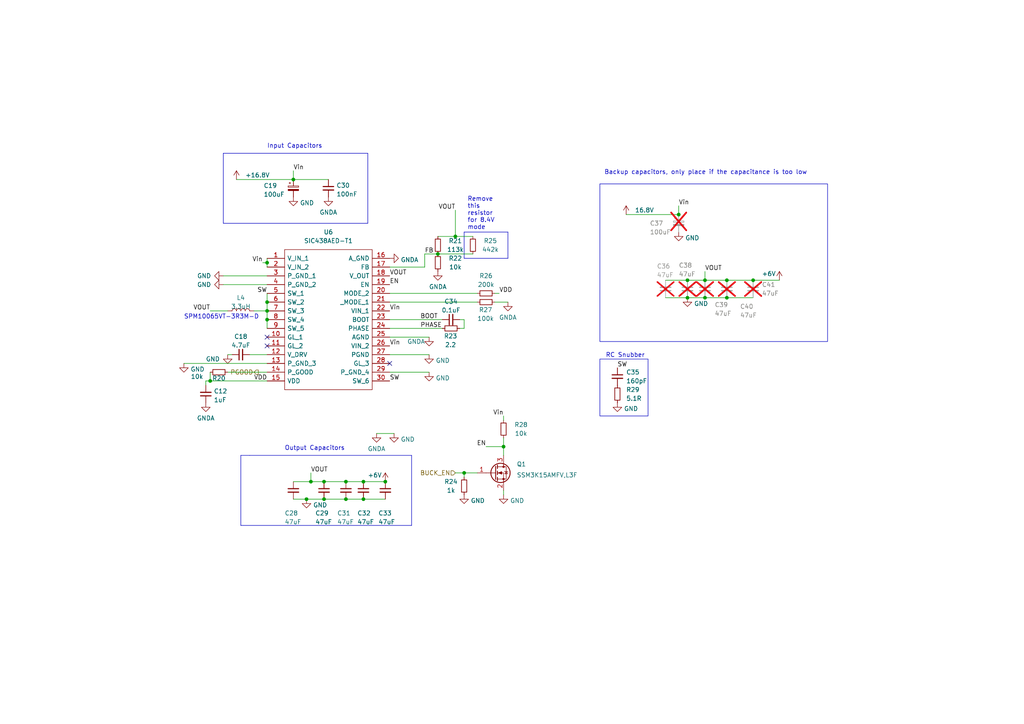
<source format=kicad_sch>
(kicad_sch (version 20231120) (generator "eeschema") (generator_version "8.0")
  (paper "A4")
  (lib_symbols
    (symbol "Device:C_Polarized_Small" (pin_numbers hide) (pin_names (offset 0.254) hide)
      (property "Reference" "C" (at 0.254 1.778 0))
      (property "Value" "C_Polarized_Small" (at 0.254 -2.032 0))
      (symbol "C_Polarized_Small_0_1"
        (rectangle (start -1.524 -0.3048) (end 1.524 -0.6858) (fill (type outline)))
        (rectangle (start -1.524 0.6858) (end 1.524 0.3048))
        (polyline (pts (xy -1.27 1.524) (xy -0.762 1.524)))
        (polyline (pts (xy -1.016 1.27) (xy -1.016 1.778)))
      )
      (symbol "C_Polarized_Small_1_1"
        (pin passive line (at 0 2.54 270) (length 1.8542) (name "~") (number "1"))
        (pin passive line (at 0 -2.54 90) (length 1.8542) (name "~") (number "2"))
      )
    )
    (symbol "Device:C_Small" (pin_numbers hide) (pin_names (offset 0.254) hide)
      (property "Reference" "C" (at 0.254 1.778 0))
      (property "Value" "C_Small" (at 0.254 -2.032 0))
      (symbol "C_Small_0_1"
        (polyline (pts (xy -1.524 -0.508) (xy 1.524 -0.508)) (stroke (width 0.3302)))
        (polyline (pts (xy -1.524 0.508) (xy 1.524 0.508)) (stroke (width 0.3048)))
      )
      (symbol "C_Small_1_1"
        (pin passive line (at 0 2.54 270) (length 2.032) (name "~") (number "1"))
        (pin passive line (at 0 -2.54 90) (length 2.032) (name "~") (number "2"))
      )
    )
    (symbol "Device:L" (pin_numbers hide) (pin_names (offset 1.016) hide)
      (property "Reference" "L" (at -1.27 0 90))
      (property "Value" "L" (at 1.905 0 90))
      (symbol "L_0_1"
        (arc (start 0 -2.54) (mid 0.6323 -1.905) (end 0 -1.27))
        (arc (start 0 -1.27) (mid 0.6323 -0.635) (end 0 0))
        (arc (start 0 0) (mid 0.6323 0.635) (end 0 1.27))
        (arc (start 0 1.27) (mid 0.6323 1.905) (end 0 2.54))
      )
      (symbol "L_1_1"
        (pin passive line (at 0 3.81 270) (length 1.27) (name "1") (number "1"))
        (pin passive line (at 0 -3.81 90) (length 1.27) (name "2") (number "2"))
      )
    )
    (symbol "Device:Q_NMOS_GSD" (pin_names (offset 0) hide)
      (property "Reference" "Q" (at 5.08 1.27 0))
      (property "Value" "Q_NMOS_GSD" (at 5.08 -1.27 0))
      (symbol "Q_NMOS_GSD_0_1"
        (polyline (pts (xy 0.254 0) (xy -2.54 0)))
        (polyline (pts (xy 0.254 1.905) (xy 0.254 -1.905)) (stroke (width 0.254)))
        (polyline (pts (xy 0.762 -1.27) (xy 0.762 -2.286)) (stroke (width 0.254)))
        (polyline (pts (xy 0.762 0.508) (xy 0.762 -0.508)) (stroke (width 0.254)))
        (polyline (pts (xy 0.762 2.286) (xy 0.762 1.27)) (stroke (width 0.254)))
        (polyline (pts (xy 2.54 2.54) (xy 2.54 1.778)))
        (polyline (pts (xy 2.54 -2.54) (xy 2.54 0) (xy 0.762 0)))
        (polyline (pts (xy 0.762 -1.778) (xy 3.302 -1.778) (xy 3.302 1.778) (xy 0.762 1.778)))
        (polyline (pts (xy 1.016 0) (xy 2.032 0.381) (xy 2.032 -0.381) (xy 1.016 0)) (fill (type outline)))
        (polyline (pts (xy 2.794 0.508) (xy 2.921 0.381) (xy 3.683 0.381) (xy 3.81 0.254)))
        (polyline (pts (xy 3.302 0.381) (xy 2.921 -0.254) (xy 3.683 -0.254) (xy 3.302 0.381)))
        (circle (center 1.651 0) (radius 2.794) (stroke (width 0.254)))
        (circle (center 2.54 -1.778) (radius 0.254) (fill (type outline)))
        (circle (center 2.54 1.778) (radius 0.254) (fill (type outline)))
      )
      (symbol "Q_NMOS_GSD_1_1"
        (pin input line (at -5.08 0 0) (length 2.54) (name "G") (number "1"))
        (pin passive line (at 2.54 -5.08 90) (length 2.54) (name "S") (number "2"))
        (pin passive line (at 2.54 5.08 270) (length 2.54) (name "D") (number "3"))
      )
    )
    (symbol "Device:R_Small" (pin_numbers hide) (pin_names (offset 0.254) hide)
      (property "Reference" "R" (at 0.762 0.508 0))
      (property "Value" "R_Small" (at 0.762 -1.016 0))
      (symbol "R_Small_0_1"
        (rectangle (start -0.762 1.778) (end 0.762 -1.778) (stroke (width 0.2032)))
      )
      (symbol "R_Small_1_1"
        (pin passive line (at 0 2.54 270) (length 0.762) (name "~") (number "1"))
        (pin passive line (at 0 -2.54 90) (length 0.762) (name "~") (number "2"))
      )
    )
    (symbol "iclr:SiC437BED-T1-GE3" (pin_names (offset 0.762))
      (property "Reference" "IC" (at 31.75 7.62 0))
      (property "Value" "SiC437BED-T1-GE3" (at 31.75 5.08 0))
      (symbol "SiC437BED-T1-GE3_0_0"
        (pin passive line (at 0 0 0) (length 5.08) (name "V_IN_1") (number "1"))
        (pin passive line (at 0 -22.86 0) (length 5.08) (name "GL_1") (number "10"))
        (pin passive line (at 0 -25.4 0) (length 5.08) (name "GL_2") (number "11"))
        (pin passive line (at 0 -27.94 0) (length 5.08) (name "V_DRV") (number "12"))
        (pin passive line (at 0 -30.48 0) (length 5.08) (name "P_GND_3") (number "13"))
        (pin passive line (at 0 -33.02 0) (length 5.08) (name "P_GOOD") (number "14"))
        (pin passive line (at 0 -35.56 0) (length 5.08) (name "VDD") (number "15"))
        (pin passive line (at 35.56 0 180) (length 5.08) (name "A_GND") (number "16"))
        (pin passive line (at 35.56 -2.54 180) (length 5.08) (name "FB") (number "17"))
        (pin passive line (at 35.56 -5.08 180) (length 5.08) (name "V_OUT") (number "18"))
        (pin passive line (at 35.56 -7.62 180) (length 5.08) (name "EN") (number "19"))
        (pin passive line (at 0 -2.54 0) (length 5.08) (name "V_IN_2") (number "2"))
        (pin passive line (at 35.56 -10.16 180) (length 5.08) (name "MODE_2") (number "20"))
        (pin passive line (at 35.56 -12.7 180) (length 5.08) (name "_MODE_1") (number "21"))
        (pin passive line (at 35.56 -15.24 180) (length 5.08) (name "VIN_1") (number "22"))
        (pin passive line (at 35.56 -17.78 180) (length 5.08) (name "BOOT") (number "23"))
        (pin passive line (at 35.56 -20.32 180) (length 5.08) (name "PHASE") (number "24"))
        (pin passive line (at 35.56 -22.86 180) (length 5.08) (name "AGND") (number "25"))
        (pin passive line (at 35.56 -25.4 180) (length 5.08) (name "VIN_2") (number "26"))
        (pin passive line (at 35.56 -27.94 180) (length 5.08) (name "PGND") (number "27"))
        (pin passive line (at 35.56 -30.48 180) (length 5.08) (name "GL_3") (number "28"))
        (pin passive line (at 35.56 -33.02 180) (length 5.08) (name "P_GND_4") (number "29"))
        (pin passive line (at 0 -5.08 0) (length 5.08) (name "P_GND_1") (number "3"))
        (pin passive line (at 35.56 -35.56 180) (length 5.08) (name "SW_6") (number "30"))
        (pin passive line (at 0 -7.62 0) (length 5.08) (name "P_GND_2") (number "4"))
        (pin passive line (at 0 -10.16 0) (length 5.08) (name "SW_1") (number "5"))
        (pin passive line (at 0 -12.7 0) (length 5.08) (name "SW_2") (number "6"))
        (pin passive line (at 0 -15.24 0) (length 5.08) (name "SW_3") (number "7"))
        (pin passive line (at 0 -17.78 0) (length 5.08) (name "SW_4") (number "8"))
        (pin passive line (at 0 -20.32 0) (length 5.08) (name "SW_5") (number "9"))
      )
      (symbol "SiC437BED-T1-GE3_0_1"
        (polyline (pts (xy 5.08 2.54) (xy 30.48 2.54) (xy 30.48 -38.1) (xy 5.08 -38.1) (xy 5.08 2.54)) (stroke (width 0.1524)))
      )
    )
    (symbol "power:+12V" (power) (pin_names (offset 0))
      (property "Value" "+12V" (at 0 3.556 0))
      (symbol "+12V_0_1"
        (polyline (pts (xy -0.762 1.27) (xy 0 2.54)))
        (polyline (pts (xy 0 0) (xy 0 2.54)))
        (polyline (pts (xy 0 2.54) (xy 0.762 1.27)))
      )
      (symbol "+12V_1_1"
        (pin power_in line (at 0 0 90) (length 0) hide (name "+12V") (number "1"))
      )
    )
    (symbol "power:+6V" (power) (pin_names (offset 0))
      (property "Value" "+6V" (at 0 3.556 0))
      (symbol "+6V_0_1"
        (polyline (pts (xy -0.762 1.27) (xy 0 2.54)))
        (polyline (pts (xy 0 0) (xy 0 2.54)))
        (polyline (pts (xy 0 2.54) (xy 0.762 1.27)))
      )
      (symbol "+6V_1_1"
        (pin power_in line (at 0 0 90) (length 0) hide (name "+6V") (number "1"))
      )
    )
    (symbol "power:GND" (power) (pin_names (offset 0))
      (property "Value" "GND" (at 0 -3.81 0))
      (symbol "GND_0_1"
        (polyline (pts (xy 0 0) (xy 0 -1.27) (xy 1.27 -1.27) (xy 0 -2.54) (xy -1.27 -1.27) (xy 0 -1.27)))
      )
      (symbol "GND_1_1"
        (pin power_in line (at 0 0 270) (length 0) hide (name "GND") (number "1"))
      )
    )
    (symbol "power:GNDA" (power) (pin_names (offset 0))
      (property "Value" "GNDA" (at 0 -3.81 0))
      (symbol "GNDA_0_1"
        (polyline (pts (xy 0 0) (xy 0 -1.27) (xy 1.27 -1.27) (xy 0 -2.54) (xy -1.27 -1.27) (xy 0 -1.27)))
      )
      (symbol "GNDA_1_1"
        (pin power_in line (at 0 0 270) (length 0) hide (name "GNDA") (number "1"))
      )
    )
  )
  (junction (at 196.85 62.23))
  (junction (at 100.33 144.78))
  (junction (at 88.9 144.78))
  (junction (at 204.47 81.28))
  (junction (at 210.82 86.36))
  (junction (at 105.41 139.7))
  (junction (at 93.98 144.78))
  (junction (at 93.98 139.7))
  (junction (at 146.05 129.54))
  (junction (at 134.62 137.16))
  (junction (at 77.47 87.63))
  (junction (at 85.09 52.07))
  (junction (at 132.08 68.58))
  (junction (at 199.39 81.28))
  (junction (at 77.47 76.2))
  (junction (at 90.17 139.7))
  (junction (at 218.44 81.28))
  (junction (at 210.82 81.28))
  (junction (at 127 73.66))
  (junction (at 111.76 139.7))
  (junction (at 77.47 90.17))
  (junction (at 204.47 86.36))
  (junction (at 199.39 86.36))
  (junction (at 100.33 139.7))
  (junction (at 60.96 110.49))
  (junction (at 105.41 144.78))
  (junction (at 77.47 92.71))
  (no_connect (at 113.03 105.41))
  (no_connect (at 77.47 100.33))
  (no_connect (at 77.47 97.79))
  (wire (pts (xy 68.58 52.07) (xy 85.09 52.07)))
  (wire (pts (xy 60.96 110.49) (xy 77.47 110.49)))
  (wire (pts (xy 204.47 81.28) (xy 210.82 81.28)))
  (polyline (pts (xy 134.62 67.31) (xy 134.62 74.93)))
  (wire (pts (xy 124.46 97.79) (xy 113.03 97.79)))
  (wire (pts (xy 134.62 137.16) (xy 138.43 137.16)))
  (wire (pts (xy 113.03 92.71) (xy 128.27 92.71)))
  (polyline (pts (xy 119.38 152.4) (xy 69.85 152.4)))
  (wire (pts (xy 53.34 105.41) (xy 77.47 105.41)))
  (polyline (pts (xy 106.68 44.45) (xy 106.68 64.77)))
  (wire (pts (xy 210.82 81.28) (xy 218.44 81.28)))
  (wire (pts (xy 77.47 74.93) (xy 77.47 76.2)))
  (wire (pts (xy 134.62 92.71) (xy 134.62 95.25)))
  (wire (pts (xy 85.09 144.78) (xy 88.9 144.78)))
  (wire (pts (xy 199.39 81.28) (xy 193.04 81.28)))
  (wire (pts (xy 85.09 139.7) (xy 90.17 139.7)))
  (wire (pts (xy 199.39 86.36) (xy 204.47 86.36)))
  (wire (pts (xy 140.97 129.54) (xy 146.05 129.54)))
  (polyline (pts (xy 147.32 74.93) (xy 134.62 74.93)))
  (wire (pts (xy 77.47 87.63) (xy 77.47 90.17)))
  (wire (pts (xy 64.77 82.55) (xy 77.47 82.55)))
  (wire (pts (xy 77.47 90.17) (xy 77.47 92.71)))
  (wire (pts (xy 88.9 144.78) (xy 93.98 144.78)))
  (wire (pts (xy 134.62 95.25) (xy 133.35 95.25)))
  (wire (pts (xy 218.44 81.28) (xy 226.06 81.28)))
  (wire (pts (xy 93.98 144.78) (xy 100.33 144.78)))
  (polyline (pts (xy 69.85 152.4) (xy 69.85 132.08)))
  (wire (pts (xy 66.04 102.87) (xy 67.31 102.87)))
  (wire (pts (xy 60.96 110.49) (xy 59.69 110.49)))
  (wire (pts (xy 93.98 139.7) (xy 100.33 139.7)))
  (wire (pts (xy 181.61 62.23) (xy 196.85 62.23)))
  (wire (pts (xy 210.82 86.36) (xy 218.44 86.36)))
  (polyline (pts (xy 106.68 64.77) (xy 64.77 64.77)))
  (wire (pts (xy 127 73.66) (xy 137.16 73.66)))
  (wire (pts (xy 60.96 107.95) (xy 60.96 110.49)))
  (wire (pts (xy 132.08 60.96) (xy 132.08 68.58)))
  (wire (pts (xy 196.85 59.69) (xy 196.85 62.23)))
  (wire (pts (xy 146.05 121.92) (xy 146.05 120.65)))
  (wire (pts (xy 60.96 90.17) (xy 66.04 90.17)))
  (polyline (pts (xy 147.32 67.31) (xy 147.32 74.93)))
  (wire (pts (xy 90.17 137.16) (xy 90.17 139.7)))
  (wire (pts (xy 199.39 86.36) (xy 193.04 86.36)))
  (polyline (pts (xy 69.85 132.08) (xy 72.39 132.08)))
  (wire (pts (xy 146.05 132.08) (xy 146.05 129.54)))
  (wire (pts (xy 138.43 87.63) (xy 113.03 87.63)))
  (wire (pts (xy 73.66 90.17) (xy 77.47 90.17)))
  (wire (pts (xy 105.41 139.7) (xy 111.76 139.7)))
  (wire (pts (xy 113.03 95.25) (xy 128.27 95.25)))
  (wire (pts (xy 146.05 127) (xy 146.05 129.54)))
  (wire (pts (xy 77.47 85.09) (xy 77.47 87.63)))
  (wire (pts (xy 105.41 144.78) (xy 111.76 144.78)))
  (wire (pts (xy 77.47 76.2) (xy 77.47 77.47)))
  (wire (pts (xy 124.46 107.95) (xy 113.03 107.95)))
  (wire (pts (xy 132.08 68.58) (xy 137.16 68.58)))
  (wire (pts (xy 100.33 139.7) (xy 105.41 139.7)))
  (wire (pts (xy 132.08 68.58) (xy 127 68.58)))
  (wire (pts (xy 132.08 137.16) (xy 134.62 137.16)))
  (wire (pts (xy 123.19 73.66) (xy 123.19 77.47)))
  (polyline (pts (xy 67.31 44.45) (xy 106.68 44.45)))
  (wire (pts (xy 76.2 76.2) (xy 77.47 76.2)))
  (wire (pts (xy 204.47 78.74) (xy 204.47 81.28)))
  (wire (pts (xy 199.39 81.28) (xy 204.47 81.28)))
  (wire (pts (xy 90.17 139.7) (xy 93.98 139.7)))
  (wire (pts (xy 77.47 92.71) (xy 77.47 95.25)))
  (wire (pts (xy 134.62 92.71) (xy 133.35 92.71)))
  (polyline (pts (xy 72.39 132.08) (xy 119.38 132.08)))
  (wire (pts (xy 143.51 87.63) (xy 147.32 87.63)))
  (wire (pts (xy 59.69 110.49) (xy 59.69 111.76)))
  (wire (pts (xy 109.22 125.73) (xy 114.3 125.73)))
  (wire (pts (xy 134.62 138.43) (xy 134.62 137.16)))
  (wire (pts (xy 123.19 73.66) (xy 127 73.66)))
  (wire (pts (xy 85.09 49.53) (xy 85.09 52.07)))
  (wire (pts (xy 64.77 80.01) (xy 77.47 80.01)))
  (polyline (pts (xy 134.62 67.31) (xy 147.32 67.31)))
  (wire (pts (xy 204.47 86.36) (xy 210.82 86.36)))
  (wire (pts (xy 113.03 77.47) (xy 123.19 77.47)))
  (polyline (pts (xy 119.38 132.08) (xy 119.38 152.4)))
  (wire (pts (xy 124.46 102.87) (xy 113.03 102.87)))
  (wire (pts (xy 72.39 102.87) (xy 77.47 102.87)))
  (polyline (pts (xy 64.77 44.45) (xy 67.31 44.45)))
  (wire (pts (xy 138.43 85.09) (xy 113.03 85.09)))
  (wire (pts (xy 85.09 52.07) (xy 95.25 52.07)))
  (wire (pts (xy 143.51 85.09) (xy 144.78 85.09)))
  (wire (pts (xy 66.04 107.95) (xy 77.47 107.95)))
  (wire (pts (xy 146.05 143.51) (xy 146.05 142.24)))
  (wire (pts (xy 100.33 144.78) (xy 105.41 144.78)))
  (polyline (pts (xy 64.77 64.77) (xy 64.77 44.45)))
  (rectangle (start 173.99 104.14) (end 187.96 120.65))
  (rectangle (start 173.99 53.34) (end 240.03 99.06))
  (text_box "Remove this resistor for 8.4V mode" (at 134.62 55.88 0) (size 12.7 7.62) (stroke (width -0.0001)) (effects (font (size 1.27 1.27)) (justify left top)))
  (text "Backup capacitors, only place if the capacitance is too low\n" (at 175.26 50.8 0) (effects (font (size 1.27 1.27)) (justify left bottom)))
  (text "SPM10065VT-3R3M-D" (at 53.34 92.71 0) (effects (font (size 1.27 1.27)) (justify left bottom)))
  (text "RC Snubber" (at 181.356 103.124 0) (effects (font (size 1.27 1.27))))
  (text "Input Capacitors\n" (at 77.47 43.18 0) (effects (font (size 1.27 1.27)) (justify left bottom)))
  (text "Output Capacitors\n" (at 82.55 130.81 0) (effects (font (size 1.27 1.27)) (justify left bottom)))
  (label "VOUT" (at 132.08 60.96 180))
  (label "FB" (at 123.19 73.66 0))
  (label "Vin" (at 113.03 100.33 0))
  (label "VDD" (at 144.78 85.09 0))
  (label "EN" (at 140.97 129.54 180))
  (label "BOOT" (at 127 92.71 180))
  (label "PHASE" (at 121.92 95.25 0))
  (label "Vin" (at 196.85 59.69 0))
  (label "SW" (at 113.03 110.49 0))
  (label "VOUT" (at 113.03 80.01 0))
  (label "EN" (at 113.03 82.55 0))
  (label "Vin" (at 85.09 49.53 0))
  (label "VOUT" (at 204.47 78.74 0))
  (label "Vin" (at 76.2 76.2 180))
  (label "VDD" (at 77.47 110.49 180))
  (label "SW" (at 179.07 106.68 0))
  (label "SW" (at 77.47 85.09 180))
  (label "VOUT" (at 90.17 137.16 0))
  (label "Vin" (at 113.03 90.17 0))
  (label "VOUT" (at 60.96 90.17 180))
  (label "Vin" (at 146.05 120.65 180))
  (hierarchical_label "BUCK_EN" (shape input) (at 132.08 137.16 180))
  (hierarchical_label "PGOOD" (shape output) (at 74.93 107.95 180))
  (symbol (lib_id "power:GND") (at 199.39 86.36 0) (unit 1)
    (property "Reference" "#PWR073" (effects (hide yes)))
    (property "Value" "GND" (at 201.295 88.0638 0) (effects (justify left)))
  )
  (symbol (lib_id "power:+12V") (at 68.58 52.07 0) (unit 1)
    (property "Reference" "#PWR055" (effects (hide yes)))
    (property "Value" "+16.8V" (at 71.12 50.7999 0) (effects (justify left)))
  )
  (symbol (lib_id "power:GND") (at 88.9 144.78 0) (unit 1)
    (property "Reference" "#PWR057" (effects (hide yes)))
    (property "Value" "GND" (at 90.805 146.4838 0) (effects (justify left)))
  )
  (symbol (lib_id "power:+6V") (at 111.76 139.7 0) (unit 1)
    (property "Reference" "#PWR060" (effects (hide yes)))
    (property "Value" "+6V" (at 108.6953 137.8278 0))
  )
  (symbol (lib_id "Device:L") (at 69.85 90.17 90) (unit 1)
    (property "Reference" "L4" (at 69.85 86.36 90))
    (property "Value" "3.3uH" (at 69.85 88.9 90))
    (property "Footprint" "iclr:IND_SPM10065VT-3R3M-D" (effects (hide yes)))
    (property "MPN" "SPM10065VT-3R3M-D" (effects (hide yes)))
  )
  (symbol (lib_id "Device:R_Small") (at 179.07 114.3 0) (unit 1)
    (property "Reference" "R29" (at 181.61 113.0299 0) (effects (justify left)))
    (property "Value" "5.1R" (at 181.61 115.5699 0) (effects (justify left)))
    (property "Footprint" "Resistor_SMD:R_0603_1608Metric" (effects (hide yes)))
    (property "Description" "Resistor, small symbol" (effects (hide yes)))
  )
  (symbol (lib_id "Device:R_Small") (at 63.5 107.95 90) (unit 1)
    (property "Reference" "R20" (at 63.5 109.728 90))
    (property "Value" "10k" (at 57.15 109.2169 90))
    (property "Footprint" "Resistor_SMD:R_0402_1005Metric" (effects (hide yes)))
  )
  (symbol (lib_id "power:+6V") (at 226.06 81.28 0) (unit 1)
    (property "Reference" "#PWR074" (effects (hide yes)))
    (property "Value" "+6V" (at 222.9953 79.4078 0))
  )
  (symbol (lib_id "power:GND") (at 66.04 102.87 0) (unit 1)
    (property "Reference" "#PWR054" (effects (hide yes)))
    (property "Value" "GND" (at 59.69 104.14 0) (effects (justify left)))
  )
  (symbol (lib_id "power:GNDA") (at 147.32 87.63 0) (unit 1)
    (property "Reference" "#PWR069" (effects (hide yes)))
    (property "Value" "GNDA" (at 147.32 92.0734 0))
  )
  (symbol (lib_id "iclr:SiC437BED-T1-GE3") (at 77.47 74.93 0) (unit 1)
    (property "Reference" "U6" (at 95.25 67.31 0))
    (property "Value" "SIC438AED-T1" (at 95.25 69.85 0))
    (property "Footprint" "iclr:SiC437BEDT1GE3" (effects (hide yes)))
    (property "Datasheet" "https://componentsearchengine.com/Datasheets/1/SiC437BED-T1-GE3.pdf" (effects (hide yes)))
    (property "Description" "Switching Voltage Regulators 3-28V 12A 50uA microBUCK MLP44-24" (effects (hide yes)))
    (property "Height" "0.8" (effects (hide yes)))
    (property "Manufacturer_Name" "Vishay" (effects (hide yes)))
    (property "Manufacturer_Part_Number" "SiC437BED-T1-GE3" (effects (hide yes)))
    (property "Mouser Part Number" "78-SIC437BED-T1-GE3" (effects (hide yes)))
    (property "Mouser Price/Stock" "https://www.mouser.co.uk/ProductDetail/Vishay-Siliconix/SiC437BED-T1-GE3?qs=chTDxNqvsyntp1SKlnHzGA%3D%3D" (effects (hide yes)))
    (property "Arrow Part Number" "SIC437BED-T1-GE3" (effects (hide yes)))
    (property "Arrow Price/Stock" "https://www.arrow.com/en/products/sic437bed-t1-ge3/vishay" (effects (hide yes)))
  )
  (symbol (lib_id "power:GNDA") (at 59.69 116.84 0) (unit 1)
    (property "Reference" "#PWR028" (effects (hide yes)))
    (property "Value" "GNDA" (at 59.69 121.2834 0))
  )
  (symbol (lib_id "power:GNDA") (at 124.46 97.79 0) (unit 1)
    (property "Reference" "#PWR063" (effects (hide yes)))
    (property "Value" "GNDA" (at 118.11 99.06 0) (effects (justify left)))
  )
  (symbol (lib_id "Device:C_Small") (at 204.47 83.82 0) (unit 1) (dnp yes)
    (property "Reference" "C39" (at 207.264 88.392 0) (effects (justify left)))
    (property "Value" "47uF" (at 207.264 90.932 0) (effects (justify left)))
    (property "Footprint" "Capacitor_SMD:C_1206_3216Metric" (effects (hide yes)))
  )
  (symbol (lib_id "power:+12V") (at 181.61 62.23 0) (unit 1)
    (property "Reference" "#PWR071" (effects (hide yes)))
    (property "Value" "16.8V" (at 184.15 60.9599 0) (effects (justify left)))
  )
  (symbol (lib_id "Device:C_Polarized_Small") (at 85.09 54.61 0) (unit 1)
    (property "Reference" "C19" (at 76.454 53.848 0) (effects (justify left)))
    (property "Value" "100uF" (at 76.454 56.388 0) (effects (justify left)))
    (property "Footprint" "Capacitor_Tantalum_SMD:CP_EIA-7360-38_Kemet-E" (effects (hide yes)))
    (property "Description" "Polarized capacitor, small symbol" (effects (hide yes)))
    (property "MPN" "T52M1107M035C0100" (effects (hide yes)))
  )
  (symbol (lib_id "power:GNDA") (at 109.22 125.73 0) (mirror y) (unit 1)
    (property "Reference" "#PWR059" (effects (hide yes)))
    (property "Value" "GNDA" (at 109.22 130.1734 0))
  )
  (symbol (lib_id "Device:R_Small") (at 146.05 124.46 180) (unit 1)
    (property "Reference" "R28" (at 151.13 123.1931 0))
    (property "Value" "10k" (at 151.13 125.73 0))
    (property "Footprint" "Resistor_SMD:R_0402_1005Metric" (effects (hide yes)))
  )
  (symbol (lib_id "power:GND") (at 134.62 143.51 0) (unit 1)
    (property "Reference" "#PWR067" (effects (hide yes)))
    (property "Value" "GND" (at 136.525 145.2138 0) (effects (justify left)))
  )
  (symbol (lib_id "Device:C_Small") (at 85.09 142.24 0) (unit 1)
    (property "Reference" "C28" (at 82.55 148.844 0) (effects (justify left)))
    (property "Value" "47uF" (at 82.55 151.384 0) (effects (justify left)))
    (property "Footprint" "Capacitor_SMD:C_1206_3216Metric" (effects (hide yes)))
  )
  (symbol (lib_id "power:GND") (at 114.3 125.73 0) (unit 1)
    (property "Reference" "#PWR062" (effects (hide yes)))
    (property "Value" "GND" (at 116.205 127.4338 0) (effects (justify left)))
  )
  (symbol (lib_id "Device:Q_NMOS_GSD") (at 143.51 137.16 0) (unit 1)
    (property "Reference" "Q1" (at 149.86 134.62 0) (effects (justify left)))
    (property "Value" "SSM3K15AMFV,L3F" (at 149.86 137.795 0) (effects (justify left)))
    (property "Footprint" "iclr:SOT-723" (effects (hide yes)))
  )
  (symbol (lib_id "Device:C_Small") (at 111.76 142.24 0) (unit 1)
    (property "Reference" "C33" (at 109.728 148.844 0) (effects (justify left)))
    (property "Value" "47uF" (at 109.728 151.384 0) (effects (justify left)))
    (property "Footprint" "Capacitor_SMD:C_1206_3216Metric" (effects (hide yes)))
  )
  (symbol (lib_id "Device:C_Small") (at 179.07 109.22 0) (unit 1)
    (property "Reference" "C35" (at 181.61 107.9562 0) (effects (justify left)))
    (property "Value" "160pF" (at 181.61 110.4962 0) (effects (justify left)))
    (property "Footprint" "Capacitor_SMD:C_0603_1608Metric" (effects (hide yes)))
    (property "Description" "Unpolarized capacitor, small symbol" (effects (hide yes)))
  )
  (symbol (lib_id "Device:R_Small") (at 140.97 85.09 90) (unit 1)
    (property "Reference" "R26" (at 140.97 80.01 90))
    (property "Value" "200k" (at 140.97 82.5469 90))
    (property "Footprint" "Resistor_SMD:R_0402_1005Metric" (effects (hide yes)))
  )
  (symbol (lib_id "power:GND") (at 124.46 102.87 0) (unit 1)
    (property "Reference" "#PWR064" (effects (hide yes)))
    (property "Value" "GND" (at 126.365 104.5738 0) (effects (justify left)))
  )
  (symbol (lib_id "Device:C_Small") (at 69.85 102.87 90) (unit 1)
    (property "Reference" "C18" (at 69.8563 97.6081 90))
    (property "Value" "4.7uF" (at 69.8563 100.145 90))
    (property "Footprint" "Capacitor_SMD:C_0402_1005Metric" (effects (hide yes)))
  )
  (symbol (lib_id "power:GND") (at 64.77 82.55 270) (unit 1)
    (property "Reference" "#PWR053" (effects (hide yes)))
    (property "Value" "GND" (at 57.15 82.55 90) (effects (justify left)))
  )
  (symbol (lib_id "power:GND") (at 146.05 143.51 0) (unit 1)
    (property "Reference" "#PWR068" (effects (hide yes)))
    (property "Value" "GND" (at 147.955 145.2138 0) (effects (justify left)))
  )
  (symbol (lib_id "Device:R_Small") (at 137.16 71.12 180) (unit 1)
    (property "Reference" "R25" (at 142.24 69.85 0))
    (property "Value" "442k" (at 142.24 72.3869 0))
    (property "Footprint" "Resistor_SMD:R_0402_1005Metric" (effects (hide yes)))
    (property "MPN" " ERJ-2RKF4423X " (effects (hide yes)))
  )
  (symbol (lib_id "Device:R_Small") (at 140.97 87.63 90) (unit 1)
    (property "Reference" "R27" (at 140.8445 89.862 90))
    (property "Value" "100k" (at 140.8445 92.3989 90))
    (property "Footprint" "Resistor_SMD:R_0402_1005Metric" (effects (hide yes)))
  )
  (symbol (lib_id "power:GNDA") (at 127 78.74 0) (unit 1)
    (property "Reference" "#PWR066" (effects (hide yes)))
    (property "Value" "GNDA" (at 127 83.1834 0))
  )
  (symbol (lib_id "Device:C_Small") (at 199.39 83.82 0) (unit 1) (dnp yes)
    (property "Reference" "C38" (at 196.85 76.962 0) (effects (justify left)))
    (property "Value" "47uF" (at 196.85 79.502 0) (effects (justify left)))
    (property "Footprint" "Capacitor_SMD:C_1206_3216Metric" (effects (hide yes)))
  )
  (symbol (lib_id "power:GND") (at 64.77 80.01 270) (unit 1)
    (property "Reference" "#PWR051" (effects (hide yes)))
    (property "Value" "GND" (at 57.15 80.01 90) (effects (justify left)))
  )
  (symbol (lib_id "Device:C_Small") (at 218.44 83.82 0) (unit 1) (dnp yes)
    (property "Reference" "C41" (at 220.98 82.5562 0) (effects (justify left)))
    (property "Value" "47uF" (at 220.98 85.0962 0) (effects (justify left)))
    (property "Footprint" "Capacitor_SMD:C_1206_3216Metric" (effects (hide yes)))
  )
  (symbol (lib_id "Device:C_Small") (at 93.98 142.24 0) (unit 1)
    (property "Reference" "C29" (at 91.44 148.844 0) (effects (justify left)))
    (property "Value" "47uF" (at 91.44 151.384 0) (effects (justify left)))
    (property "Footprint" "Capacitor_SMD:C_1206_3216Metric" (effects (hide yes)))
  )
  (symbol (lib_id "Device:C_Small") (at 95.25 54.61 0) (unit 1)
    (property "Reference" "C30" (at 97.5741 53.7816 0) (effects (justify left)))
    (property "Value" "100nF" (at 97.5741 56.3185 0) (effects (justify left)))
    (property "Footprint" "Capacitor_SMD:C_0402_1005Metric" (effects (hide yes)))
  )
  (symbol (lib_id "power:GND") (at 53.34 105.41 0) (unit 1)
    (property "Reference" "#PWR016" (effects (hide yes)))
    (property "Value" "GND" (at 55.245 107.1138 0) (effects (justify left)))
  )
  (symbol (lib_id "Device:C_Polarized_Small") (at 196.85 64.77 0) (unit 1) (dnp yes)
    (property "Reference" "C37" (at 188.468 64.77 0) (effects (justify left)))
    (property "Value" "100uF" (at 188.468 67.31 0) (effects (justify left)))
    (property "Footprint" "Capacitor_Tantalum_SMD:CP_EIA-7360-38_Kemet-E" (effects (hide yes)))
    (property "Description" "Polarized capacitor, small symbol" (effects (hide yes)))
    (property "MPN" "T52M1107M035C0100" (effects (hide yes)))
  )
  (symbol (lib_id "power:GND") (at 85.09 57.15 0) (unit 1)
    (property "Reference" "#PWR056" (effects (hide yes)))
    (property "Value" "GND" (at 86.995 58.8538 0) (effects (justify left)))
  )
  (symbol (lib_id "power:GND") (at 179.07 116.84 0) (unit 1)
    (property "Reference" "#PWR070" (effects (hide yes)))
    (property "Value" "GND" (at 180.975 118.5438 0) (effects (justify left)))
  )
  (symbol (lib_id "Device:C_Small") (at 210.82 83.82 0) (unit 1) (dnp yes)
    (property "Reference" "C40" (at 214.63 88.9 0) (effects (justify left)))
    (property "Value" "47uF" (at 214.63 91.44 0) (effects (justify left)))
    (property "Footprint" "Capacitor_SMD:C_1206_3216Metric" (effects (hide yes)))
  )
  (symbol (lib_id "Device:R_Small") (at 127 76.2 180) (unit 1)
    (property "Reference" "R22" (at 132.08 74.9331 0))
    (property "Value" "10k" (at 132.08 77.47 0))
    (property "Footprint" "Resistor_SMD:R_0402_1005Metric" (effects (hide yes)))
  )
  (symbol (lib_id "power:GNDA") (at 95.25 57.15 0) (unit 1)
    (property "Reference" "#PWR058" (effects (hide yes)))
    (property "Value" "GNDA" (at 95.25 61.5934 0))
  )
  (symbol (lib_id "Device:C_Small") (at 130.81 92.71 90) (unit 1)
    (property "Reference" "C34" (at 130.8163 87.4481 90))
    (property "Value" "0.1uF" (at 130.8163 89.985 90))
    (property "Footprint" "Capacitor_SMD:C_0402_1005Metric" (effects (hide yes)))
  )
  (symbol (lib_id "power:GND") (at 124.46 107.95 0) (unit 1)
    (property "Reference" "#PWR065" (effects (hide yes)))
    (property "Value" "GND" (at 126.365 109.6538 0) (effects (justify left)))
  )
  (symbol (lib_id "Device:C_Small") (at 59.69 114.3 180) (unit 1)
    (property "Reference" "C12" (at 62.0141 113.4589 0) (effects (justify right)))
    (property "Value" "1uF" (at 62.0141 115.9958 0) (effects (justify right)))
    (property "Footprint" "Capacitor_SMD:C_0402_1005Metric" (effects (hide yes)))
  )
  (symbol (lib_id "power:GND") (at 196.85 67.31 0) (unit 1)
    (property "Reference" "#PWR072" (effects (hide yes)))
    (property "Value" "GND" (at 198.755 69.0138 0) (effects (justify left)))
  )
  (symbol (lib_id "Device:R_Small") (at 127 71.12 180) (unit 1)
    (property "Reference" "R21" (at 132.08 69.85 0))
    (property "Value" "113k" (at 132.08 72.3869 0))
    (property "Footprint" "Resistor_SMD:R_0402_1005Metric" (effects (hide yes)))
    (property "MPN" "ERJ-2RKF1133X" (effects (hide yes)))
  )
  (symbol (lib_id "power:GNDA") (at 113.03 74.93 90) (unit 1)
    (property "Reference" "#PWR061" (effects (hide yes)))
    (property "Value" "GNDA" (at 116.205 75.3638 90) (effects (justify right)))
  )
  (symbol (lib_id "Device:C_Small") (at 105.41 142.24 0) (unit 1)
    (property "Reference" "C32" (at 103.632 148.844 0) (effects (justify left)))
    (property "Value" "47uF" (at 103.632 151.384 0) (effects (justify left)))
    (property "Footprint" "Capacitor_SMD:C_1206_3216Metric" (effects (hide yes)))
  )
  (symbol (lib_id "Device:R_Small") (at 134.62 140.97 180) (unit 1)
    (property "Reference" "R24" (at 130.81 139.7 0))
    (property "Value" "1k" (at 130.81 142.2369 0))
    (property "Footprint" "Resistor_SMD:R_0402_1005Metric" (effects (hide yes)))
  )
  (symbol (lib_id "Device:C_Small") (at 193.04 83.82 180) (unit 1) (dnp yes)
    (property "Reference" "C36" (at 190.5 77.216 0) (effects (justify right)))
    (property "Value" "47uF" (at 190.5 79.756 0) (effects (justify right)))
    (property "Footprint" "Capacitor_SMD:C_1206_3216Metric" (effects (hide yes)))
  )
  (symbol (lib_id "Device:C_Small") (at 100.33 142.24 0) (unit 1)
    (property "Reference" "C31" (at 97.79 148.844 0) (effects (justify left)))
    (property "Value" "47uF" (at 97.79 151.384 0) (effects (justify left)))
    (property "Footprint" "Capacitor_SMD:C_1206_3216Metric" (effects (hide yes)))
  )
  (symbol (lib_id "Device:R_Small") (at 130.81 95.25 90) (unit 1)
    (property "Reference" "R23" (at 130.6845 97.482 90))
    (property "Value" "2.2" (at 130.6845 100.0189 90))
    (property "Footprint" "Resistor_SMD:R_0402_1005Metric" (effects (hide yes)))
  )
)
</source>
